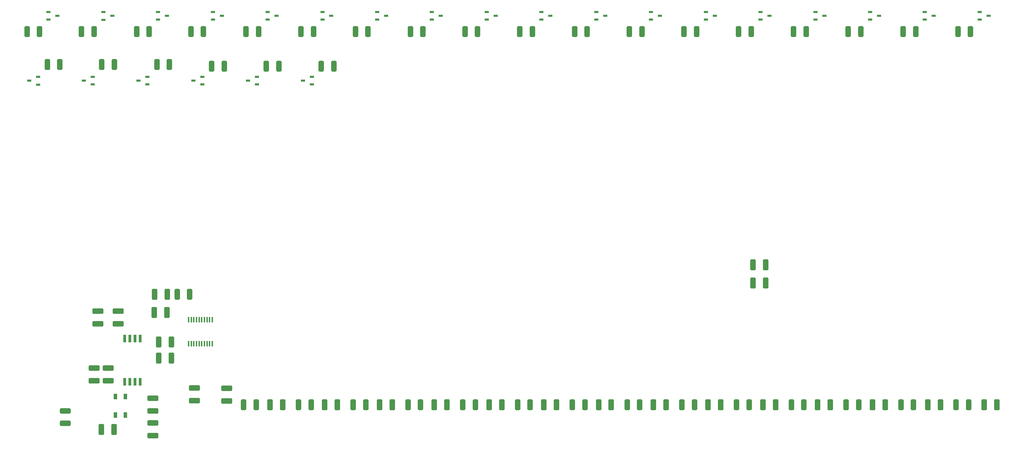
<source format=gbr>
%TF.GenerationSoftware,KiCad,Pcbnew,9.0.0*%
%TF.CreationDate,2025-04-28T14:24:40-07:00*%
%TF.ProjectId,HMI,484d492e-6b69-4636-9164-5f7063625858,rev?*%
%TF.SameCoordinates,Original*%
%TF.FileFunction,Paste,Top*%
%TF.FilePolarity,Positive*%
%FSLAX46Y46*%
G04 Gerber Fmt 4.6, Leading zero omitted, Abs format (unit mm)*
G04 Created by KiCad (PCBNEW 9.0.0) date 2025-04-28 14:24:40*
%MOMM*%
%LPD*%
G01*
G04 APERTURE LIST*
G04 Aperture macros list*
%AMRoundRect*
0 Rectangle with rounded corners*
0 $1 Rounding radius*
0 $2 $3 $4 $5 $6 $7 $8 $9 X,Y pos of 4 corners*
0 Add a 4 corners polygon primitive as box body*
4,1,4,$2,$3,$4,$5,$6,$7,$8,$9,$2,$3,0*
0 Add four circle primitives for the rounded corners*
1,1,$1+$1,$2,$3*
1,1,$1+$1,$4,$5*
1,1,$1+$1,$6,$7*
1,1,$1+$1,$8,$9*
0 Add four rect primitives between the rounded corners*
20,1,$1+$1,$2,$3,$4,$5,0*
20,1,$1+$1,$4,$5,$6,$7,0*
20,1,$1+$1,$6,$7,$8,$9,0*
20,1,$1+$1,$8,$9,$2,$3,0*%
G04 Aperture macros list end*
%ADD10RoundRect,0.250000X0.400000X1.075000X-0.400000X1.075000X-0.400000X-1.075000X0.400000X-1.075000X0*%
%ADD11RoundRect,0.250000X-0.400000X-1.075000X0.400000X-1.075000X0.400000X1.075000X-0.400000X1.075000X0*%
%ADD12R,1.050000X0.600000*%
%ADD13RoundRect,0.250000X-1.100000X0.412500X-1.100000X-0.412500X1.100000X-0.412500X1.100000X0.412500X0*%
%ADD14RoundRect,0.250000X-0.412500X-1.100000X0.412500X-1.100000X0.412500X1.100000X-0.412500X1.100000X0*%
%ADD15RoundRect,0.250000X1.100000X-0.412500X1.100000X0.412500X-1.100000X0.412500X-1.100000X-0.412500X0*%
%ADD16RoundRect,0.250000X0.412500X1.100000X-0.412500X1.100000X-0.412500X-1.100000X0.412500X-1.100000X0*%
%ADD17R,0.900000X1.350000*%
%ADD18RoundRect,0.250000X1.075000X-0.400000X1.075000X0.400000X-1.075000X0.400000X-1.075000X-0.400000X0*%
%ADD19R,0.450000X1.475000*%
%ADD20R,0.650000X1.850000*%
G04 APERTURE END LIST*
D10*
%TO.C,R23*%
X93550000Y-63000000D03*
X90450000Y-63000000D03*
%TD*%
D11*
%TO.C,R30*%
X192900000Y-146500000D03*
X196000000Y-146500000D03*
%TD*%
D12*
%TO.C,Q8*%
X171800000Y-49550000D03*
X171800000Y-51450000D03*
X174000000Y-50500000D03*
%TD*%
D11*
%TO.C,R25*%
X260500000Y-146500000D03*
X263600000Y-146500000D03*
%TD*%
%TO.C,R29*%
X206400000Y-146500000D03*
X209500000Y-146500000D03*
%TD*%
%TO.C,R27*%
X233400000Y-146500000D03*
X236500000Y-146500000D03*
%TD*%
D13*
%TO.C,C92*%
X51500000Y-137437500D03*
X51500000Y-140562500D03*
%TD*%
D14*
%TO.C,C13*%
X131875000Y-146500000D03*
X135000000Y-146500000D03*
%TD*%
D11*
%TO.C,R5*%
X206900000Y-54450000D03*
X210000000Y-54450000D03*
%TD*%
D15*
%TO.C,C85*%
X49000000Y-126562500D03*
X49000000Y-123437500D03*
%TD*%
D12*
%TO.C,Q13*%
X104300000Y-49550000D03*
X104300000Y-51450000D03*
X106500000Y-50500000D03*
%TD*%
D16*
%TO.C,C90*%
X67062500Y-135000000D03*
X63937500Y-135000000D03*
%TD*%
D17*
%TO.C,FL1*%
X55750000Y-144500000D03*
X53250000Y-144500000D03*
X53250000Y-149050000D03*
X55750000Y-149050000D03*
%TD*%
D12*
%TO.C,Q10*%
X144800000Y-49550000D03*
X144800000Y-51450000D03*
X147000000Y-50500000D03*
%TD*%
D10*
%TO.C,R22*%
X80100000Y-63000000D03*
X77000000Y-63000000D03*
%TD*%
D14*
%TO.C,C12*%
X145375000Y-146500000D03*
X148500000Y-146500000D03*
%TD*%
D18*
%TO.C,R60*%
X40885000Y-151135000D03*
X40885000Y-148035000D03*
%TD*%
D11*
%TO.C,R36*%
X111900000Y-146500000D03*
X115000000Y-146500000D03*
%TD*%
D12*
%TO.C,Q3*%
X239300000Y-49550000D03*
X239300000Y-51450000D03*
X241500000Y-50500000D03*
%TD*%
D11*
%TO.C,R34*%
X138900000Y-146500000D03*
X142000000Y-146500000D03*
%TD*%
%TO.C,R35*%
X125400000Y-146500000D03*
X128500000Y-146500000D03*
%TD*%
%TO.C,R15*%
X71900000Y-54450000D03*
X75000000Y-54450000D03*
%TD*%
%TO.C,R37*%
X98450000Y-146500000D03*
X101550000Y-146500000D03*
%TD*%
D14*
%TO.C,C2*%
X210437500Y-112000000D03*
X213562500Y-112000000D03*
%TD*%
D16*
%TO.C,C65*%
X66000000Y-123750000D03*
X62875000Y-123750000D03*
%TD*%
D11*
%TO.C,R3*%
X233900000Y-54450000D03*
X237000000Y-54450000D03*
%TD*%
D14*
%TO.C,C3*%
X267437500Y-146500000D03*
X270562500Y-146500000D03*
%TD*%
D11*
%TO.C,R2*%
X247450000Y-54450000D03*
X250550000Y-54450000D03*
%TD*%
D15*
%TO.C,C86*%
X54000000Y-126562500D03*
X54000000Y-123437500D03*
%TD*%
D14*
%TO.C,C4*%
X253500000Y-146500000D03*
X256625000Y-146500000D03*
%TD*%
D12*
%TO.C,Q2*%
X252800000Y-49550000D03*
X252800000Y-51450000D03*
X255000000Y-50500000D03*
%TD*%
D14*
%TO.C,C8*%
X199375000Y-146500000D03*
X202500000Y-146500000D03*
%TD*%
D11*
%TO.C,R7*%
X179950000Y-54450000D03*
X183050000Y-54450000D03*
%TD*%
D12*
%TO.C,Q15*%
X77300000Y-49550000D03*
X77300000Y-51450000D03*
X79500000Y-50500000D03*
%TD*%
%TO.C,Q18*%
X36800000Y-49550000D03*
X36800000Y-51450000D03*
X39000000Y-50500000D03*
%TD*%
%TO.C,Q19*%
X34200000Y-67500000D03*
X34200000Y-65600000D03*
X32000000Y-66550000D03*
%TD*%
D11*
%TO.C,R28*%
X219900000Y-146500000D03*
X223000000Y-146500000D03*
%TD*%
D12*
%TO.C,Q7*%
X185300000Y-49550000D03*
X185300000Y-51450000D03*
X187500000Y-50500000D03*
%TD*%
%TO.C,Q11*%
X131300000Y-49550000D03*
X131300000Y-51450000D03*
X133500000Y-50500000D03*
%TD*%
D11*
%TO.C,R4*%
X220450000Y-54450000D03*
X223550000Y-54450000D03*
%TD*%
D12*
%TO.C,Q12*%
X117800000Y-49550000D03*
X117800000Y-51450000D03*
X120000000Y-50500000D03*
%TD*%
D15*
%TO.C,C91*%
X48000000Y-140562500D03*
X48000000Y-137437500D03*
%TD*%
D11*
%TO.C,R33*%
X152400000Y-146500000D03*
X155500000Y-146500000D03*
%TD*%
%TO.C,R8*%
X166450000Y-54450000D03*
X169550000Y-54450000D03*
%TD*%
D12*
%TO.C,Q1*%
X266300000Y-49550000D03*
X266300000Y-51450000D03*
X268500000Y-50500000D03*
%TD*%
D14*
%TO.C,C14*%
X118375000Y-146500000D03*
X121500000Y-146500000D03*
%TD*%
D11*
%TO.C,R1*%
X260950000Y-54450000D03*
X264050000Y-54450000D03*
%TD*%
D12*
%TO.C,Q4*%
X225800000Y-49550000D03*
X225800000Y-51450000D03*
X228000000Y-50500000D03*
%TD*%
D13*
%TO.C,C68*%
X72750000Y-142375000D03*
X72750000Y-145500000D03*
%TD*%
D14*
%TO.C,C89*%
X63937500Y-131000000D03*
X67062500Y-131000000D03*
%TD*%
D12*
%TO.C,Q9*%
X158300000Y-49550000D03*
X158300000Y-51450000D03*
X160500000Y-50500000D03*
%TD*%
D14*
%TO.C,C15*%
X104875000Y-146500000D03*
X108000000Y-146500000D03*
%TD*%
D10*
%TO.C,R19*%
X39600000Y-62500000D03*
X36500000Y-62500000D03*
%TD*%
D11*
%TO.C,R17*%
X44900000Y-54450000D03*
X48000000Y-54450000D03*
%TD*%
D12*
%TO.C,Q17*%
X50300000Y-49600000D03*
X50300000Y-51500000D03*
X52500000Y-50550000D03*
%TD*%
%TO.C,Q6*%
X198800000Y-49550000D03*
X198800000Y-51450000D03*
X201000000Y-50500000D03*
%TD*%
D14*
%TO.C,C9*%
X185875000Y-146500000D03*
X189000000Y-146500000D03*
%TD*%
D19*
%TO.C,IC6*%
X71325000Y-131438000D03*
X71975000Y-131438000D03*
X72625000Y-131438000D03*
X73275000Y-131438000D03*
X73925000Y-131438000D03*
X74575000Y-131438000D03*
X75225000Y-131438000D03*
X75875000Y-131438000D03*
X76525000Y-131438000D03*
X77175000Y-131438000D03*
X77175000Y-125562000D03*
X76525000Y-125562000D03*
X75875000Y-125562000D03*
X75225000Y-125562000D03*
X74575000Y-125562000D03*
X73925000Y-125562000D03*
X73275000Y-125562000D03*
X72625000Y-125562000D03*
X71975000Y-125562000D03*
X71325000Y-125562000D03*
%TD*%
D12*
%TO.C,Q16*%
X63800000Y-49550000D03*
X63800000Y-51450000D03*
X66000000Y-50500000D03*
%TD*%
D13*
%TO.C,C67*%
X80750000Y-142437500D03*
X80750000Y-145562500D03*
%TD*%
D11*
%TO.C,R6*%
X193450000Y-54450000D03*
X196550000Y-54450000D03*
%TD*%
D12*
%TO.C,Q22*%
X74700000Y-67450000D03*
X74700000Y-65550000D03*
X72500000Y-66500000D03*
%TD*%
D20*
%TO.C,IC1*%
X59405000Y-130175000D03*
X58135000Y-130175000D03*
X56865000Y-130175000D03*
X55595000Y-130175000D03*
X55595000Y-140825000D03*
X56865000Y-140825000D03*
X58135000Y-140825000D03*
X59405000Y-140825000D03*
%TD*%
D12*
%TO.C,Q5*%
X212300000Y-49550000D03*
X212300000Y-51450000D03*
X214500000Y-50500000D03*
%TD*%
D14*
%TO.C,C16*%
X91375000Y-146500000D03*
X94500000Y-146500000D03*
%TD*%
D11*
%TO.C,R14*%
X85500000Y-54450000D03*
X88600000Y-54450000D03*
%TD*%
D12*
%TO.C,Q21*%
X61200000Y-67450000D03*
X61200000Y-65550000D03*
X59000000Y-66500000D03*
%TD*%
%TO.C,Q24*%
X101700000Y-67450000D03*
X101700000Y-65550000D03*
X99500000Y-66500000D03*
%TD*%
%TO.C,Q20*%
X47700000Y-67450000D03*
X47700000Y-65550000D03*
X45500000Y-66500000D03*
%TD*%
D11*
%TO.C,R13*%
X99000000Y-54450000D03*
X102100000Y-54450000D03*
%TD*%
D14*
%TO.C,C6*%
X226375000Y-146500000D03*
X229500000Y-146500000D03*
%TD*%
%TO.C,C11*%
X158875000Y-146500000D03*
X162000000Y-146500000D03*
%TD*%
D11*
%TO.C,R16*%
X58500000Y-54450000D03*
X61600000Y-54450000D03*
%TD*%
%TO.C,R32*%
X165900000Y-146500000D03*
X169000000Y-146500000D03*
%TD*%
D10*
%TO.C,R24*%
X107100000Y-63000000D03*
X104000000Y-63000000D03*
%TD*%
D11*
%TO.C,R31*%
X179400000Y-146500000D03*
X182500000Y-146500000D03*
%TD*%
D14*
%TO.C,C5*%
X239875000Y-146500000D03*
X243000000Y-146500000D03*
%TD*%
D11*
%TO.C,R18*%
X31500000Y-54450000D03*
X34600000Y-54450000D03*
%TD*%
%TO.C,R12*%
X112450000Y-54450000D03*
X115550000Y-54450000D03*
%TD*%
D16*
%TO.C,C66*%
X66062500Y-119250000D03*
X62937500Y-119250000D03*
%TD*%
D10*
%TO.C,R59*%
X71612500Y-119250000D03*
X68512500Y-119250000D03*
%TD*%
D15*
%TO.C,C95*%
X62500000Y-148085000D03*
X62500000Y-144960000D03*
%TD*%
D10*
%TO.C,R20*%
X53000000Y-62500000D03*
X49900000Y-62500000D03*
%TD*%
D11*
%TO.C,R11*%
X126000000Y-54450000D03*
X129100000Y-54450000D03*
%TD*%
D14*
%TO.C,C1*%
X210437500Y-116500000D03*
X213562500Y-116500000D03*
%TD*%
D11*
%TO.C,R26*%
X246900000Y-146500000D03*
X250000000Y-146500000D03*
%TD*%
D14*
%TO.C,C10*%
X172375000Y-146500000D03*
X175500000Y-146500000D03*
%TD*%
D15*
%TO.C,C93*%
X62500000Y-154147500D03*
X62500000Y-151022500D03*
%TD*%
D16*
%TO.C,C94*%
X52947500Y-152585000D03*
X49822500Y-152585000D03*
%TD*%
D10*
%TO.C,R21*%
X66600000Y-62500000D03*
X63500000Y-62500000D03*
%TD*%
D12*
%TO.C,Q14*%
X90800000Y-49550000D03*
X90800000Y-51450000D03*
X93000000Y-50500000D03*
%TD*%
D11*
%TO.C,R10*%
X139450000Y-54450000D03*
X142550000Y-54450000D03*
%TD*%
D12*
%TO.C,Q23*%
X88200000Y-67450000D03*
X88200000Y-65550000D03*
X86000000Y-66500000D03*
%TD*%
D14*
%TO.C,C7*%
X212875000Y-146500000D03*
X216000000Y-146500000D03*
%TD*%
D11*
%TO.C,R38*%
X84900000Y-146500000D03*
X88000000Y-146500000D03*
%TD*%
%TO.C,R9*%
X152950000Y-54450000D03*
X156050000Y-54450000D03*
%TD*%
M02*

</source>
